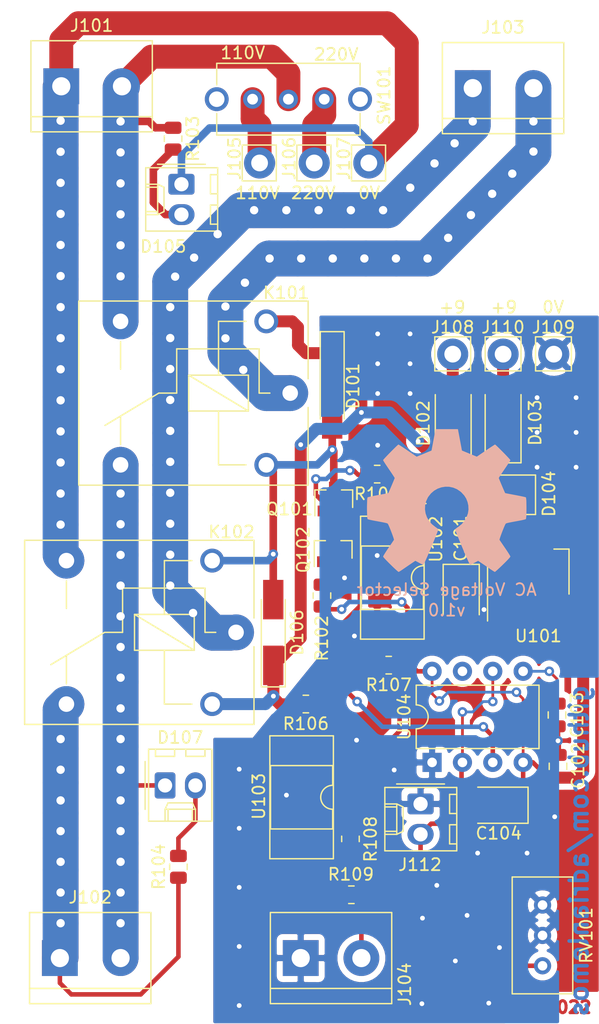
<source format=kicad_pcb>
(kicad_pcb (version 20171130) (host pcbnew "(5.1.10)-1")
  (layers (0 F.Cu signal) (31 B.Cu signal) (34 B.Paste user) (35 F.Paste user) (36 B.SilkS user) (37 F.SilkS user) (38 B.Mask user) (39 F.Mask user) (44 Edge.Cuts user))
  (net 0 "")
  (net 1 /Relay_set)
  (net 2 +9V)
  (net 3 /Line_Selected)
  (net 4 /Line_Inversor)
  (net 5 /Line)
  (net 6 /Neutral_Selected)
  (net 7 /Neutral_Inversor)
  (net 8 /Neutral|Line)
  (net 9 "Net-(Q101-Pad2)")
  (net 10 GND)
  (net 11 "Net-(R105-Pad1)")
  (net 12 "Net-(R108-Pad2)")
  (net 13 +5V)
  (net 14 "Net-(U104-Pad7)")
  (net 15 /ne555_timer_drive)
  (net 16 "Net-(C104-Pad2)")
  (net 17 "Net-(C103-Pad1)")
  (net 18 /ac_voltage_signal)
  (net 19 "Net-(D104-Pad1)")
  (net 20 /ac_voltage_relay)
  (net 21 "Net-(D105-Pad2)")
  (net 22 "Net-(D107-Pad2)")
  (net 23 "Net-(Q101-Pad1)")
  (net 24 "Net-(Q102-Pad1)")
  (net 25 "Net-(R106-Pad1)")
  (net 26 /110V)
  (net 27 /220V)
  (net 28 /+9VA1)
  (net 29 /+9VA2)
  (module Symbol:OSHW-Symbol_13.4x12mm_SilkScreen (layer B.Cu) (at 117.338 86.312 180)
    (fp_text reference LOGO101 hide)
    (fp_text value Logo_Open_Hardware_Small hide)
  )
  (module Connector_Molex:Molex_KK-254_AE-6410-02A_1x02_P2.54mm_Vertical (layer F.Cu) (at 95.113 59.8325 270)
    (fp_text reference D105 (at 5.207 1.524 180) (layer F.SilkS))
    (fp_text value LED)
    (pad 2 thru_hole oval (at 2.54 0 270) (size 1.74 2.19) (drill 1.19) (layers *.Cu *.Mask) (net 21 "Net-(D105-Pad2)"))
    (pad 1 thru_hole roundrect (at 0 0 270) (size 1.74 2.19) (drill 1.19) (layers *.Cu *.Mask) (roundrect_rratio 0.143678) (net 8 /Neutral|Line))
  )
  (module Connector_Molex:Molex_KK-254_AE-6410-02A_1x02_P2.54mm_Vertical (layer F.Cu) (at 93.7414 110.1118)
    (fp_text reference D107 (at 1.27 -4.01) (layer F.SilkS))
    (fp_text value LED)
    (pad 2 thru_hole oval (at 2.54 0) (size 1.74 2.19) (drill 1.19) (layers *.Cu *.Mask) (net 22 "Net-(D107-Pad2)"))
    (pad 1 thru_hole roundrect (at 0 0) (size 1.74 2.19) (drill 1.19) (layers *.Cu *.Mask) (roundrect_rratio 0.143678) (net 4 /Line_Inversor))
  )
  (module adrian-local-library:HH_Switch (layer F.Cu) (at 104.0665 52.7205)
    (fp_text reference SW101 (at 8.001 -0.3175 90) (layer F.SilkS))
    (fp_text value SW_SPDT)
    (pad "" thru_hole circle (at -6 0) (size 2 2) (drill 1.3) (layers *.Cu *.Mask))
    (pad "" thru_hole circle (at 6 0) (size 2 2) (drill 1.3) (layers *.Cu *.Mask))
    (pad 3 thru_hole circle (at 3 0) (size 1.6 1.6) (drill 0.9) (layers *.Cu *.Mask) (net 27 /220V))
    (pad 2 thru_hole circle (at 0 0) (size 1.6 1.6) (drill 0.9) (layers *.Cu *.Mask) (net 5 /Line))
    (pad 1 thru_hole circle (at -3 0) (size 1.6 1.6) (drill 0.9) (layers *.Cu *.Mask) (net 26 /110V))
  )
  (module Connector_Molex:Molex_KK-254_AE-6410-02A_1x02_P2.54mm_Vertical (layer F.Cu) (at 115.1282 111.6612 270)
    (fp_text reference J112 (at 5.08 0.0508 180) (layer F.SilkS))
    (fp_text value Conn_01x02)
    (pad 2 thru_hole oval (at 2.54 0 270) (size 1.74 2.19) (drill 1.19) (layers *.Cu *.Mask) (net 16 "Net-(C104-Pad2)"))
    (pad 1 thru_hole roundrect (at 0 0 270) (size 1.74 2.19) (drill 1.19) (layers *.Cu *.Mask) (roundrect_rratio 0.143678) (net 10 GND))
  )
  (module Connector_Pin:Pin_D1.4mm_L8.5mm_W2.8mm_FlatFork (layer F.Cu) (at 122.037 74.0438 180)
    (fp_text reference J110 (at 0 2.25) (layer F.SilkS))
    (fp_text value Conn_01x01)
    (pad 1 thru_hole circle (at 0 0 180) (size 2.6 2.6) (drill 1.4) (layers *.Cu *.Mask) (net 29 /+9VA2))
  )
  (module Connector_Pin:Pin_D1.4mm_L8.5mm_W2.8mm_FlatFork (layer F.Cu) (at 126.2534 74.0438 180)
    (fp_text reference J109 (at 0 2.25) (layer F.SilkS))
    (fp_text value Conn_01x01)
    (pad 1 thru_hole circle (at -0.0254 0 180) (size 2.6 2.6) (drill 1.4) (layers *.Cu *.Mask) (net 10 GND))
  )
  (module Connector_Pin:Pin_D1.4mm_L8.5mm_W2.8mm_FlatFork (layer F.Cu) (at 117.8206 74.0438 180)
    (fp_text reference J108 (at 0 2.25) (layer F.SilkS))
    (fp_text value Conn_01x01)
    (pad 1 thru_hole circle (at 0 0 180) (size 2.6 2.6) (drill 1.4) (layers *.Cu *.Mask) (net 28 /+9VA1))
  )
  (module Connector_Pin:Pin_D1.4mm_L8.5mm_W2.8mm_FlatFork (layer F.Cu) (at 110.7975 58.0545 270)
    (fp_text reference J107 (at -0.38354 2.0955 90) (layer F.SilkS))
    (fp_text value Conn_01x01)
    (pad 1 thru_hole circle (at 0 0 270) (size 2.6 2.6) (drill 1.4) (layers *.Cu *.Mask) (net 8 /Neutral|Line))
  )
  (module Connector_Pin:Pin_D1.4mm_L8.5mm_W2.8mm_FlatFork (layer F.Cu) (at 106.2255 58.0545 270)
    (fp_text reference J106 (at -0.38354 2.0955 90) (layer F.SilkS))
    (fp_text value Conn_01x01)
    (pad 1 thru_hole circle (at 0 0 270) (size 2.6 2.6) (drill 1.4) (layers *.Cu *.Mask) (net 27 /220V))
  )
  (module Connector_Pin:Pin_D1.4mm_L8.5mm_W2.8mm_FlatFork (layer F.Cu) (at 101.6535 58.0545 270)
    (fp_text reference J105 (at -0.38354 2.0955 90) (layer F.SilkS))
    (fp_text value Conn_01x01)
    (pad 1 thru_hole circle (at 0 0 270) (size 2.6 2.6) (drill 1.4) (layers *.Cu *.Mask) (net 26 /110V))
  )
  (module Resistor_SMD:R_0805_2012Metric (layer F.Cu) (at 109.337 119.2558 180)
    (fp_text reference R109 (at 0.04064 1.70688) (layer F.SilkS))
    (fp_text value 1K)
    (pad 2 smd roundrect (at 0.9125 0 180) (size 1.025 1.4) (layers F.Cu F.Paste F.Mask) (roundrect_rratio 0.243902) (net 12 "Net-(R108-Pad2)"))
    (pad 1 smd roundrect (at -0.9125 0 180) (size 1.025 1.4) (layers F.Cu F.Paste F.Mask) (roundrect_rratio 0.243902) (net 18 /ac_voltage_signal))
  )
  (module Resistor_SMD:R_0805_2012Metric (layer F.Cu) (at 109.2608 114.5822 270)
    (fp_text reference R108 (at 0.02032 -1.68148 90) (layer F.SilkS))
    (fp_text value 10K)
    (pad 2 smd roundrect (at 0.9125 0 270) (size 1.025 1.4) (layers F.Cu F.Paste F.Mask) (roundrect_rratio 0.243902) (net 12 "Net-(R108-Pad2)"))
    (pad 1 smd roundrect (at -0.9125 0 270) (size 1.025 1.4) (layers F.Cu F.Paste F.Mask) (roundrect_rratio 0.243902) (net 13 +5V))
  )
  (module Resistor_SMD:R_0805_2012Metric (layer F.Cu) (at 112.4612 100.0534 180)
    (fp_text reference R107 (at 0 -1.65) (layer F.SilkS))
    (fp_text value 390R)
    (pad 2 smd roundrect (at 0.9125 0 180) (size 1.025 1.4) (layers F.Cu F.Paste F.Mask) (roundrect_rratio 0.243902) (net 20 /ac_voltage_relay))
    (pad 1 smd roundrect (at -0.9125 0 180) (size 1.025 1.4) (layers F.Cu F.Paste F.Mask) (roundrect_rratio 0.243902) (net 13 +5V))
  )
  (module Resistor_SMD:R_0805_2012Metric (layer F.Cu) (at 105.527 103.3046 180)
    (fp_text reference R106 (at 0 -1.65) (layer F.SilkS))
    (fp_text value 390R)
    (pad 2 smd roundrect (at 0.9125 0 180) (size 1.025 1.4) (layers F.Cu F.Paste F.Mask) (roundrect_rratio 0.243902) (net 2 +9V))
    (pad 1 smd roundrect (at -0.9125 0 180) (size 1.025 1.4) (layers F.Cu F.Paste F.Mask) (roundrect_rratio 0.243902) (net 25 "Net-(R106-Pad1)"))
  )
  (module Resistor_SMD:R_0805_2012Metric (layer F.Cu) (at 115.3568 85.804)
    (fp_text reference R105 (at 0 -1.65) (layer F.SilkS))
    (fp_text value 390R)
    (pad 2 smd roundrect (at 0.9125 0) (size 1.025 1.4) (layers F.Cu F.Paste F.Mask) (roundrect_rratio 0.243902) (net 2 +9V))
    (pad 1 smd roundrect (at -0.9125 0) (size 1.025 1.4) (layers F.Cu F.Paste F.Mask) (roundrect_rratio 0.243902) (net 11 "Net-(R105-Pad1)"))
  )
  (module Resistor_SMD:R_0805_2012Metric (layer F.Cu) (at 94.859 116.919 90)
    (fp_text reference R104 (at 0 -1.65 90) (layer F.SilkS))
    (fp_text value R_Small)
    (pad 2 smd roundrect (at 0.9125 0 90) (size 1.025 1.4) (layers F.Cu F.Paste F.Mask) (roundrect_rratio 0.243902) (net 22 "Net-(D107-Pad2)"))
    (pad 1 smd roundrect (at -0.9125 0 90) (size 1.025 1.4) (layers F.Cu F.Paste F.Mask) (roundrect_rratio 0.243902) (net 7 /Neutral_Inversor))
  )
  (module Resistor_SMD:R_0805_2012Metric (layer F.Cu) (at 94.4145 56.0225 270)
    (fp_text reference R103 (at 0 -1.65 90) (layer F.SilkS))
    (fp_text value R_Small)
    (pad 2 smd roundrect (at 0.9125 0 270) (size 1.025 1.4) (layers F.Cu F.Paste F.Mask) (roundrect_rratio 0.243902) (net 21 "Net-(D105-Pad2)"))
    (pad 1 smd roundrect (at -0.9125 0 270) (size 1.025 1.4) (layers F.Cu F.Paste F.Mask) (roundrect_rratio 0.243902) (net 5 /Line))
  )
  (module Diode_SMD:D_MiniMELF_Handsoldering (layer F.Cu) (at 102.79888 97.32116 90)
    (fp_text reference D106 (at 0 1.99136 90) (layer F.SilkS))
    (fp_text value 1N4148)
    (pad 2 smd rect (at 2.75 0 90) (size 3.3 1.7) (layers F.Cu F.Paste F.Mask) (net 1 /Relay_set))
    (pad 1 smd rect (at -2.75 0 90) (size 3.3 1.7) (layers F.Cu F.Paste F.Mask) (net 2 +9V))
  )
  (module Diode_SMD:D_MiniMELF_Handsoldering (layer F.Cu) (at 107.73156 76.7116 270)
    (fp_text reference D101 (at 0 -1.75 90) (layer F.SilkS))
    (fp_text value 1N4148)
    (pad 2 smd rect (at 2.75 0 270) (size 3.3 1.7) (layers F.Cu F.Paste F.Mask) (net 1 /Relay_set))
    (pad 1 smd rect (at -2.75 0 270) (size 3.3 1.7) (layers F.Cu F.Paste F.Mask) (net 2 +9V))
  )
  (module Package_DIP:DIP-4_W7.62mm_SMDSocket_SmallPads (layer F.Cu) (at 105.1714 111.1024 270)
    (fp_text reference U103 (at -0.0762 3.5814 90) (layer F.SilkS))
    (fp_text value PC817)
    (pad 4 smd rect (at 3.81 -1.27 270) (size 1.6 1.6) (layers F.Cu F.Paste F.Mask) (net 12 "Net-(R108-Pad2)"))
    (pad 2 smd rect (at -3.81 1.27 270) (size 1.6 1.6) (layers F.Cu F.Paste F.Mask) (net 10 GND))
    (pad 3 smd rect (at 3.81 1.27 270) (size 1.6 1.6) (layers F.Cu F.Paste F.Mask) (net 10 GND))
    (pad 1 smd rect (at -3.81 -1.27 270) (size 1.6 1.6) (layers F.Cu F.Paste F.Mask) (net 25 "Net-(R106-Pad1)"))
  )
  (module Package_DIP:DIP-4_W7.62mm_SMDSocket_SmallPads (layer F.Cu) (at 112.766 92.7382 270)
    (fp_text reference U102 (at -3.2258 -3.6576 90) (layer F.SilkS))
    (fp_text value PC817)
    (pad 4 smd rect (at 3.81 -1.27 270) (size 1.6 1.6) (layers F.Cu F.Paste F.Mask) (net 20 /ac_voltage_relay))
    (pad 2 smd rect (at -3.81 1.27 270) (size 1.6 1.6) (layers F.Cu F.Paste F.Mask) (net 10 GND))
    (pad 3 smd rect (at 3.81 1.27 270) (size 1.6 1.6) (layers F.Cu F.Paste F.Mask) (net 10 GND))
    (pad 1 smd rect (at -3.81 -1.27 270) (size 1.6 1.6) (layers F.Cu F.Paste F.Mask) (net 11 "Net-(R105-Pad1)"))
  )
  (module Package_TO_SOT_SMD:SOT-23 (layer F.Cu) (at 107.813 90.4014 90)
    (fp_text reference Q102 (at 0 -2.5 90) (layer F.SilkS))
    (fp_text value BC817)
    (pad 3 smd rect (at 1 0 90) (size 0.9 0.8) (layers F.Cu F.Paste F.Mask) (net 9 "Net-(Q101-Pad2)"))
    (pad 2 smd rect (at -1 0.95 90) (size 0.9 0.8) (layers F.Cu F.Paste F.Mask) (net 10 GND))
    (pad 1 smd rect (at -1 -0.95 90) (size 0.9 0.8) (layers F.Cu F.Paste F.Mask) (net 24 "Net-(Q102-Pad1)"))
  )
  (module Package_TO_SOT_SMD:SOT-23 (layer F.Cu) (at 107.8638 86.1596 90)
    (fp_text reference Q101 (at -0.8382 -3.7084) (layer F.SilkS))
    (fp_text value BC817)
    (pad 3 smd rect (at 1 0 90) (size 0.9 0.8) (layers F.Cu F.Paste F.Mask) (net 1 /Relay_set))
    (pad 2 smd rect (at -1 0.95 90) (size 0.9 0.8) (layers F.Cu F.Paste F.Mask) (net 9 "Net-(Q101-Pad2)"))
    (pad 1 smd rect (at -1 -0.95 90) (size 0.9 0.8) (layers F.Cu F.Paste F.Mask) (net 23 "Net-(Q101-Pad1)"))
  )
  (module Package_TO_SOT_SMD:SOT-223 (layer F.Cu) (at 124.1452 92.2556 90)
    (fp_text reference U101 (at -5.3594 0.8382 180) (layer F.SilkS))
    (fp_text value LM1117-5.0)
    (pad 1 smd rect (at -3.15 -2.3 90) (size 2 1.5) (layers F.Cu F.Paste F.Mask) (net 10 GND))
    (pad 3 smd rect (at -3.15 2.3 90) (size 2 1.5) (layers F.Cu F.Paste F.Mask) (net 19 "Net-(D104-Pad1)"))
    (pad 2 smd rect (at -3.15 0 90) (size 2 1.5) (layers F.Cu F.Paste F.Mask) (net 13 +5V))
    (pad 4 smd rect (at 3.15 0 90) (size 2 3.8) (layers F.Cu F.Paste F.Mask))
  )
  (module Potentiometer_THT:Potentiometer_Bourns_3296W_Vertical (layer F.Cu) (at 125.33884 125.19512 270)
    (fp_text reference RV101 (at -2.54 -3.66 90) (layer F.SilkS))
    (fp_text value 50M)
    (pad 3 thru_hole circle (at -5.08 0 270) (size 1.44 1.44) (drill 0.8) (layers *.Cu *.Mask) (net 10 GND))
    (pad 2 thru_hole circle (at -2.54 0 270) (size 1.44 1.44) (drill 0.8) (layers *.Cu *.Mask) (net 10 GND))
    (pad 1 thru_hole circle (at 0 0 270) (size 1.44 1.44) (drill 0.8) (layers *.Cu *.Mask) (net 16 "Net-(C104-Pad2)"))
  )
  (module Capacitor_Tantalum_SMD:CP_EIA-3528-21_Kemet-B (layer F.Cu) (at 121.66696 111.76804 180)
    (fp_text reference C104 (at 0 -2.35) (layer F.SilkS))
    (fp_text value "100uF x 6v3")
    (pad 2 smd roundrect (at 1.5375 0 180) (size 1.325 2.35) (layers F.Cu F.Paste F.Mask) (roundrect_rratio 0.188679) (net 16 "Net-(C104-Pad2)"))
    (pad 1 smd roundrect (at -1.5375 0 180) (size 1.325 2.35) (layers F.Cu F.Paste F.Mask) (roundrect_rratio 0.188679) (net 13 +5V))
  )
  (module Capacitor_Tantalum_SMD:CP_EIA-3528-21_Kemet-B (layer F.Cu) (at 118.5318 94.0844 270)
    (fp_text reference C101 (at -4.6228 0.0508 90) (layer F.SilkS))
    (fp_text value "100uF x 6.3V")
    (pad 2 smd roundrect (at 1.5375 0 270) (size 1.325 2.35) (layers F.Cu F.Paste F.Mask) (roundrect_rratio 0.188679) (net 10 GND))
    (pad 1 smd roundrect (at -1.5375 0 270) (size 1.325 2.35) (layers F.Cu F.Paste F.Mask) (roundrect_rratio 0.188679) (net 13 +5V))
  )
  (module Resistor_SMD:R_0805_2012Metric (layer F.Cu) (at 106.8732 94.2368 90)
    (fp_text reference R102 (at -3.5687 -0.0127 90) (layer F.SilkS))
    (fp_text value 2K2)
    (pad 2 smd roundrect (at 0.9125 0 90) (size 1.025 1.4) (layers F.Cu F.Paste F.Mask) (roundrect_rratio 0.243902) (net 24 "Net-(Q102-Pad1)"))
    (pad 1 smd roundrect (at -0.9125 0 90) (size 1.025 1.4) (layers F.Cu F.Paste F.Mask) (roundrect_rratio 0.243902) (net 20 /ac_voltage_relay))
  )
  (module Resistor_SMD:R_0805_2012Metric (layer F.Cu) (at 111.496 84.0768 180)
    (fp_text reference R101 (at 0 -1.65) (layer F.SilkS))
    (fp_text value 2K2)
    (pad 2 smd roundrect (at 0.9125 0 180) (size 1.025 1.4) (layers F.Cu F.Paste F.Mask) (roundrect_rratio 0.243902) (net 23 "Net-(Q101-Pad1)"))
    (pad 1 smd roundrect (at -0.9125 0 180) (size 1.025 1.4) (layers F.Cu F.Paste F.Mask) (roundrect_rratio 0.243902) (net 15 /ne555_timer_drive))
  )
  (module Diode_SMD:D_SMA (layer F.Cu) (at 121.3512 85.804 180)
    (fp_text reference D104 (at -4.52628 0.08128 90) (layer F.SilkS))
    (fp_text value D_Schottky)
    (pad 2 smd rect (at 2 0 180) (size 2.5 1.8) (layers F.Cu F.Paste F.Mask) (net 2 +9V))
    (pad 1 smd rect (at -2 0 180) (size 2.5 1.8) (layers F.Cu F.Paste F.Mask) (net 19 "Net-(D104-Pad1)"))
  )
  (module Capacitor_SMD:C_0805_2012Metric (layer F.Cu) (at 126.54884 104.21916 270)
    (fp_text reference C103 (at 0 -1.68 90) (layer F.SilkS))
    (fp_text value 100nF)
    (pad 2 smd roundrect (at 0.95 0 270) (size 1 1.45) (layers F.Cu F.Paste F.Mask) (net 10 GND))
    (pad 1 smd roundrect (at -0.95 0 270) (size 1 1.45) (layers F.Cu F.Paste F.Mask) (net 17 "Net-(C103-Pad1)"))
  )
  (module Capacitor_SMD:C_0805_2012Metric (layer F.Cu) (at 126.6344 108.5116 90)
    (fp_text reference C102 (at 0.04064 1.6764 90) (layer F.SilkS))
    (fp_text value 100nF)
    (pad 2 smd roundrect (at 0.95 0 90) (size 1 1.45) (layers F.Cu F.Paste F.Mask) (net 10 GND))
    (pad 1 smd roundrect (at -0.95 0 90) (size 1 1.45) (layers F.Cu F.Paste F.Mask) (net 13 +5V))
  )
  (module TerminalBlock:TerminalBlock_bornier-2_P5.08mm (layer F.Cu) (at 105.0952 124.54996)
    (fp_text reference J104 (at 8.7122 2.18948 90) (layer F.SilkS))
    (fp_text value Screw_Terminal_01x02)
    (pad 2 thru_hole circle (at 5.08 0) (size 3 3) (drill 1.52) (layers *.Cu *.Mask) (net 18 /ac_voltage_signal))
    (pad 1 thru_hole rect (at 0 0) (size 3 3) (drill 1.52) (layers *.Cu *.Mask) (net 10 GND))
  )
  (module TerminalBlock:TerminalBlock_bornier-2_P5.08mm (layer F.Cu) (at 119.497 51.7934)
    (fp_text reference J103 (at 2.54 -5.08) (layer F.SilkS))
    (fp_text value Screw_Terminal_01x02)
    (pad 2 thru_hole circle (at 5.08 0) (size 3 3) (drill 1.52) (layers *.Cu *.Mask) (net 3 /Line_Selected))
    (pad 1 thru_hole rect (at 0 0) (size 3 3) (drill 1.52) (layers *.Cu *.Mask) (net 6 /Neutral_Selected))
  )
  (module TerminalBlock:TerminalBlock_bornier-2_P5.08mm (layer F.Cu) (at 84.9376 124.54996)
    (fp_text reference J102 (at 2.54 -5.08) (layer F.SilkS))
    (fp_text value Screw_Terminal_01x02)
    (pad 2 thru_hole circle (at 5.08 0) (size 3 3) (drill 1.52) (layers *.Cu *.Mask) (net 4 /Line_Inversor))
    (pad 1 thru_hole rect (at 0 0) (size 3 3) (drill 1.52) (layers *.Cu *.Mask) (net 7 /Neutral_Inversor))
  )
  (module TerminalBlock:TerminalBlock_bornier-2_P5.08mm (layer F.Cu) (at 85.0546 51.641)
    (fp_text reference J101 (at 2.54 -5.08) (layer F.SilkS))
    (fp_text value Screw_Terminal_01x02)
    (pad 2 thru_hole circle (at 5.08 0) (size 3 3) (drill 1.52) (layers *.Cu *.Mask) (net 5 /Line))
    (pad 1 thru_hole rect (at 0 0) (size 3 3) (drill 1.52) (layers *.Cu *.Mask) (net 8 /Neutral|Line))
  )
  (module Package_DIP:DIP-8_W7.62mm (layer F.Cu) (at 116.0942 108.18664 90)
    (fp_text reference U104 (at 3.81 -2.33 90) (layer F.SilkS))
    (fp_text value NE555P)
    (pad 8 thru_hole oval (at 7.62 0 90) (size 1.6 1.6) (drill 0.8) (layers *.Cu *.Mask) (net 13 +5V))
    (pad 4 thru_hole oval (at 0 7.62 90) (size 1.6 1.6) (drill 0.8) (layers *.Cu *.Mask) (net 13 +5V))
    (pad 7 thru_hole oval (at 7.62 2.54 90) (size 1.6 1.6) (drill 0.8) (layers *.Cu *.Mask) (net 14 "Net-(U104-Pad7)"))
    (pad 3 thru_hole oval (at 0 5.08 90) (size 1.6 1.6) (drill 0.8) (layers *.Cu *.Mask) (net 15 /ne555_timer_drive))
    (pad 6 thru_hole oval (at 7.62 5.08 90) (size 1.6 1.6) (drill 0.8) (layers *.Cu *.Mask) (net 16 "Net-(C104-Pad2)"))
    (pad 2 thru_hole oval (at 0 2.54 90) (size 1.6 1.6) (drill 0.8) (layers *.Cu *.Mask) (net 16 "Net-(C104-Pad2)"))
    (pad 5 thru_hole oval (at 7.62 7.62 90) (size 1.6 1.6) (drill 0.8) (layers *.Cu *.Mask) (net 17 "Net-(C103-Pad1)"))
    (pad 1 thru_hole rect (at 0 0 90) (size 1.6 1.6) (drill 0.8) (layers *.Cu *.Mask) (net 10 GND))
  )
  (module Relay_THT:Relay_SPDT_Finder_36.11 (layer F.Cu) (at 99.685 97.3102 180)
    (fp_text reference K102 (at 0.381 8.3947) (layer F.SilkS))
    (fp_text value FINDER-36.11)
    (pad 11 thru_hole circle (at 0 0 180) (size 3 3) (drill 1.3) (layers *.Cu *.Mask) (net 6 /Neutral_Selected))
    (pad A2 thru_hole circle (at 2 -6 180) (size 2 2) (drill 1.3) (layers *.Cu *.Mask) (net 2 +9V))
    (pad 12 thru_hole circle (at 14.2 -6 180) (size 3 3) (drill 1.3) (layers *.Cu *.Mask) (net 7 /Neutral_Inversor))
    (pad 14 thru_hole circle (at 14.2 6 180) (size 3 3) (drill 1.3) (layers *.Cu *.Mask) (net 8 /Neutral|Line))
    (pad A1 thru_hole circle (at 2 6 180) (size 2 2) (drill 1.3) (layers *.Cu *.Mask) (net 1 /Relay_set))
  )
  (module Relay_THT:Relay_SPDT_Finder_36.11 (layer F.Cu) (at 104.2162 77.30088 180)
    (fp_text reference K101 (at 0.3402 8.38788) (layer F.SilkS))
    (fp_text value FINDER-36.11)
    (pad 11 thru_hole circle (at 0 0 180) (size 3 3) (drill 1.3) (layers *.Cu *.Mask) (net 3 /Line_Selected))
    (pad A2 thru_hole circle (at 2 -6 180) (size 2 2) (drill 1.3) (layers *.Cu *.Mask) (net 1 /Relay_set))
    (pad 12 thru_hole circle (at 14.2 -6 180) (size 3 3) (drill 1.3) (layers *.Cu *.Mask) (net 4 /Line_Inversor))
    (pad 14 thru_hole circle (at 14.2 6 180) (size 3 3) (drill 1.3) (layers *.Cu *.Mask) (net 5 /Line))
    (pad A1 thru_hole circle (at 2 6 180) (size 2 2) (drill 1.3) (layers *.Cu *.Mask) (net 2 +9V))
  )
  (module Diode_SMD:D_MELF (layer F.Cu) (at 122.037 79.83072 90)
    (fp_text reference D103 (at 0.05588 2.68224 90) (layer F.SilkS))
    (fp_text value SM4007)
    (pad 2 smd rect (at 2.4 0 90) (size 1.5 2.7) (layers F.Cu F.Paste F.Mask) (net 29 /+9VA2))
    (pad 1 smd rect (at -2.4 0 90) (size 1.5 2.7) (layers F.Cu F.Paste F.Mask) (net 2 +9V))
  )
  (module Diode_SMD:D_MELF (layer F.Cu) (at 117.86108 79.83072 90)
    (fp_text reference D102 (at 0 -2.5 90) (layer F.SilkS))
    (fp_text value SM4007)
    (pad 2 smd rect (at 2.4 0 90) (size 1.5 2.7) (layers F.Cu F.Paste F.Mask) (net 28 /+9VA1))
    (pad 1 smd rect (at -2.4 0 90) (size 1.5 2.7) (layers F.Cu F.Paste F.Mask) (net 2 +9V))
  )
  (gr_text ABL2022 (at 126.1645 128.6665) (layer F.Cu) (effects (font (size 1 1) (thickness 0.25))))
  (gr_text github.com/adrianlemos (at 128.387 115.5855 90) (layer B.Cu) (effects (font (size 1.5 1.5) (thickness 0.3)) (justify mirror)))
  (gr_text v1.0 (at 117.319361 95.456) (layer B.SilkS) (effects (font (size 1 1)) (justify mirror)))
  (gr_text "AC Voltage Selector" (at 117.319361 93.7415) (layer B.SilkS) (effects (font (size 1 1)) (justify mirror)))
  (gr_text 220V (at 108.067 48.974) (layer F.SilkS) (effects (font (size 1 1))))
  (gr_text 110V (at 100.2565 48.847) (layer F.SilkS) (effects (font (size 1 1))))
  (gr_text 0V (at 110.82544 60.55894) (layer F.SilkS) (effects (font (size 1 1))))
  (gr_text 220V (at 106.15692 60.55894) (layer F.SilkS) (effects (font (size 1 1))))
  (gr_text 110V (at 101.4884 60.55894) (layer F.SilkS) (effects (font (size 1 1))))
  (gr_text 0V (at 126.228 70.1195) (layer F.SilkS) (effects (font (size 1 1))))
  (gr_text +9 (at 122.100488 70.1195) (layer F.SilkS) (effects (font (size 1 1))))
  (gr_text +9 (at 117.7825 70.1195) (layer F.SilkS) (effects (font (size 1 1))))
  (segment (start 102.79888 94.57116) (end 102.79888 90.76732) (width 0.635) (layer F.Cu) (net 1))
  (segment (start 102.36236 91.3102) (end 102.79888 90.87368) (width 0.635) (layer B.Cu) (net 1))
  (segment (start 97.685 91.3102) (end 102.36236 91.3102) (width 0.635) (layer B.Cu) (net 1))
  (via (at 102.79888 90.76732) (size 0.8) (drill 0.4) (layers F.Cu B.Cu) (net 1))
  (segment (start 102.2162 83.30088) (end 106.48072 83.30088) (width 0.635) (layer B.Cu) (net 1))
  (segment (start 106.48072 83.30088) (end 107.7368 82.0448) (width 0.635) (layer B.Cu) (net 1))
  (segment (start 107.7368 82.0448) (end 107.7368 82.0448) (width 0.2286) (layer B.Cu) (net 1))
  (via (at 107.7368 82.0448) (size 0.8) (drill 0.4) (layers F.Cu B.Cu) (net 1))
  (segment (start 107.7368 79.46684) (end 107.73156 79.4616) (width 0.2286) (layer F.Cu) (net 1))
  (segment (start 107.7368 82.0448) (end 107.7368 79.46684) (width 0.635) (layer F.Cu) (net 1))
  (segment (start 102.79888 83.88356) (end 102.2162 83.30088) (width 0.635) (layer F.Cu) (net 1))
  (segment (start 102.79888 90.76732) (end 102.79888 83.88356) (width 0.635) (layer F.Cu) (net 1))
  (segment (start 107.8638 82.1718) (end 107.7368 82.0448) (width 0.635) (layer F.Cu) (net 1))
  (segment (start 107.8638 85.1596) (end 107.8638 82.1718) (width 0.635) (layer F.Cu) (net 1))
  (segment (start 97.685 103.3102) (end 102.1432 103.3102) (width 1) (layer B.Cu) (net 2))
  (segment (start 102.1432 103.3102) (end 102.8092 102.6442) (width 1) (layer B.Cu) (net 2))
  (segment (start 102.8092 102.6442) (end 102.8092 102.6442) (width 1) (layer B.Cu) (net 2))
  (via (at 102.8092 102.6442) (size 0.8) (drill 0.4) (layers F.Cu B.Cu) (net 2))
  (segment (start 102.8092 100.08148) (end 102.79888 100.07116) (width 1) (layer F.Cu) (net 2))
  (segment (start 102.8092 102.6442) (end 102.8092 100.08148) (width 1) (layer F.Cu) (net 2))
  (segment (start 105.0952 81.613) (end 105.0952 81.613) (width 1) (layer F.Cu) (net 2))
  (via (at 105.0952 81.613) (size 0.8) (drill 0.4) (layers F.Cu B.Cu) (net 2))
  (segment (start 105.0952 81.613) (end 106.416 80.2922) (width 1) (layer B.Cu) (net 2))
  (segment (start 106.416 80.2922) (end 108.8036 80.2922) (width 1) (layer B.Cu) (net 2))
  (segment (start 108.8036 80.2922) (end 110.1752 78.9206) (width 1) (layer B.Cu) (net 2))
  (segment (start 110.1752 78.9206) (end 110.1752 78.9206) (width 1) (layer B.Cu) (net 2))
  (via (at 110.1752 78.9206) (size 0.8) (drill 0.4) (layers F.Cu B.Cu) (net 2))
  (segment (start 110.1752 78.9206) (end 110.1752 74.755) (width 1) (layer F.Cu) (net 2))
  (segment (start 109.3818 73.9616) (end 107.73156 73.9616) (width 1) (layer F.Cu) (net 2))
  (segment (start 110.1752 74.755) (end 109.3818 73.9616) (width 1) (layer F.Cu) (net 2))
  (segment (start 104.38428 71.30088) (end 102.2162 71.30088) (width 1) (layer F.Cu) (net 2))
  (segment (start 104.8666 71.7832) (end 104.38428 71.30088) (width 1) (layer F.Cu) (net 2))
  (segment (start 104.8666 73.2818) (end 104.8666 71.7832) (width 1) (layer F.Cu) (net 2))
  (segment (start 105.5464 73.9616) (end 104.8666 73.2818) (width 1) (layer F.Cu) (net 2))
  (segment (start 107.73156 73.9616) (end 105.5464 73.9616) (width 1) (layer F.Cu) (net 2))
  (segment (start 105.0952 97.77484) (end 105.0952 81.613) (width 1) (layer F.Cu) (net 2))
  (segment (start 102.79888 100.07116) (end 105.0952 97.77484) (width 1) (layer F.Cu) (net 2))
  (segment (start 122.037 82.23072) (end 117.86108 82.23072) (width 1) (layer F.Cu) (net 2))
  (segment (start 116.2693 85.804) (end 119.3512 85.804) (width 1) (layer F.Cu) (net 2))
  (segment (start 121.8846 82.38312) (end 122.037 82.23072) (width 1) (layer F.Cu) (net 2))
  (segment (start 121.8846 83.5942) (end 121.8846 82.38312) (width 1) (layer F.Cu) (net 2))
  (segment (start 119.6748 85.804) (end 121.8846 83.5942) (width 1) (layer F.Cu) (net 2))
  (segment (start 119.3512 85.804) (end 119.6748 85.804) (width 1) (layer F.Cu) (net 2))
  (segment (start 117.86108 82.23072) (end 115.82212 82.23072) (width 1) (layer F.Cu) (net 2))
  (segment (start 115.82212 82.23072) (end 114.925 81.3336) (width 1) (layer F.Cu) (net 2))
  (segment (start 114.925 81.3336) (end 114.925 81.3336) (width 1) (layer F.Cu) (net 2))
  (via (at 114.925 81.3336) (size 0.8) (drill 0.4) (layers F.Cu B.Cu) (net 2))
  (segment (start 112.512 78.9206) (end 110.1752 78.9206) (width 1) (layer B.Cu) (net 2))
  (segment (start 114.925 81.3336) (end 112.512 78.9206) (width 1) (layer B.Cu) (net 2))
  (segment (start 104.5891 103.33) (end 104.6145 103.3046) (width 1) (layer F.Cu) (net 2))
  (segment (start 103.368 103.33) (end 104.5891 103.33) (width 1) (layer F.Cu) (net 2))
  (segment (start 102.8092 102.7712) (end 103.368 103.33) (width 1) (layer F.Cu) (net 2))
  (segment (start 102.8092 102.6442) (end 102.8092 102.7712) (width 1) (layer F.Cu) (net 2))
  (segment (start 98.796 69.7004) (end 100.42795 68.06845) (width 2.999999) (layer B.Cu) (net 3))
  (segment (start 115.7124 66.0428) (end 115.7124 66.0428) (width 2.999999) (layer B.Cu) (net 3))
  (segment (start 124.577 57.1782) (end 124.577 57.102) (width 2.999999) (layer B.Cu) (net 3))
  (segment (start 102.23088 77.30088) (end 100.28825 75.35825) (width 2.999999) (layer B.Cu) (net 3))
  (segment (start 104.2162 77.30088) (end 102.23088 77.30088) (width 2.999999) (layer B.Cu) (net 3))
  (segment (start 102.4536 66.0428) (end 102.4917 66.0428) (width 2.999999) (layer B.Cu) (net 3))
  (segment (start 98.796 73.866) (end 98.796 72.723) (width 2.999999) (layer B.Cu) (net 3))
  (segment (start 115.7124 66.0428) (end 124.577 57.1782) (width 2.999999) (layer F.Cu) (net 3))
  (segment (start 102.4536 66.0428) (end 115.7124 66.0428) (width 2.999999) (layer F.Cu) (net 3))
  (segment (start 98.796 69.7004) (end 102.4536 66.0428) (width 2.999999) (layer F.Cu) (net 3))
  (segment (start 98.796 73.866) (end 98.796 69.7004) (width 2.999999) (layer F.Cu) (net 3))
  (segment (start 124.577 57.1782) (end 124.577 51.7934) (width 2.999999) (layer F.Cu) (net 3))
  (segment (start 102.23088 77.30088) (end 98.796 73.866) (width 2.999999) (layer F.Cu) (net 3))
  (segment (start 104.2162 77.30088) (end 102.23088 77.30088) (width 2.999999) (layer F.Cu) (net 3))
  (segment (start 102.4917 66.0428) (end 104.8412 66.0428) (width 2.999999) (layer B.Cu) (net 3))
  (via (at 102.4917 66.0428) (size 1.5) (drill 0.7) (layers F.Cu B.Cu) (net 3))
  (segment (start 104.8412 66.0428) (end 107.3812 66.0428) (width 2.999999) (layer B.Cu) (net 3))
  (via (at 105.13584 66.0428) (size 1.5) (drill 0.7) (layers F.Cu B.Cu) (net 3))
  (segment (start 107.3812 66.0428) (end 110.5562 66.0428) (width 2.999999) (layer B.Cu) (net 3))
  (via (at 107.77998 66.0428) (size 1.5) (drill 0.7) (layers F.Cu B.Cu) (net 3))
  (segment (start 110.5562 66.0428) (end 113.0962 66.0428) (width 2.999999) (layer B.Cu) (net 3))
  (via (at 110.42412 66.0428) (size 1.5) (drill 0.7) (layers F.Cu B.Cu) (net 3))
  (segment (start 113.0962 66.0428) (end 115.7124 66.0428) (width 2.999999) (layer B.Cu) (net 3))
  (via (at 113.06826 66.0428) (size 1.5) (drill 0.7) (layers F.Cu B.Cu) (net 3))
  (segment (start 115.7124 66.0428) (end 117.4396 64.3156) (width 2.999999) (layer B.Cu) (net 3))
  (via (at 115.7124 66.0428) (size 1.5) (drill 0.7) (layers F.Cu B.Cu) (net 3))
  (segment (start 100.42795 68.06845) (end 102.4536 66.0428) (width 2.999999) (layer B.Cu) (net 3))
  (via (at 100.42795 68.06845) (size 1.5) (drill 0.7) (layers F.Cu B.Cu) (net 3))
  (segment (start 98.796 70.056) (end 98.796 69.7004) (width 2.999999) (layer B.Cu) (net 3))
  (via (at 98.796 70.056) (size 1.5) (drill 0.7) (layers F.Cu B.Cu) (net 3))
  (segment (start 98.796 72.723) (end 98.796 70.056) (width 2.999999) (layer B.Cu) (net 3))
  (via (at 98.796 72.723) (size 1.5) (drill 0.7) (layers F.Cu B.Cu) (net 3))
  (segment (start 100.28825 75.35825) (end 98.796 73.866) (width 2.999999) (layer B.Cu) (net 3))
  (via (at 100.28825 75.35825) (size 1.5) (drill 0.7) (layers F.Cu B.Cu) (net 3))
  (segment (start 124.577 55.2605) (end 124.577 51.7934) (width 2.999999) (layer B.Cu) (net 3))
  (via (at 124.577 54.5788) (size 1.5) (drill 0.7) (layers F.Cu B.Cu) (net 3))
  (segment (start 124.577 57.102) (end 124.577 55.2605) (width 2.999999) (layer B.Cu) (net 3))
  (via (at 124.577 57.102) (size 1.5) (drill 0.7) (layers F.Cu B.Cu) (net 3))
  (segment (start 122.80535 58.94985) (end 124.577 57.1782) (width 2.999999) (layer B.Cu) (net 3))
  (via (at 122.80535 58.94985) (size 1.5) (drill 0.7) (layers F.Cu B.Cu) (net 3))
  (segment (start 121.1226 60.6326) (end 122.80535 58.94985) (width 2.999999) (layer B.Cu) (net 3))
  (via (at 121.1226 60.6326) (size 1.5) (drill 0.7) (layers F.Cu B.Cu) (net 3))
  (segment (start 119.3446 62.4106) (end 121.1226 60.6326) (width 2.999999) (layer B.Cu) (net 3))
  (via (at 119.3446 62.4106) (size 1.5) (drill 0.7) (layers F.Cu B.Cu) (net 3))
  (segment (start 117.4396 64.3156) (end 119.3446 62.4106) (width 2.999999) (layer B.Cu) (net 3))
  (via (at 117.4396 64.3156) (size 1.5) (drill 0.7) (layers F.Cu B.Cu) (net 3))
  (segment (start 90.0176 110.0256) (end 90.0176 106.8379) (width 2.999999) (layer B.Cu) (net 4))
  (segment (start 90.0176 124.54996) (end 90.0176 121.6334) (width 2.999999) (layer B.Cu) (net 4))
  (segment (start 90.0162 124.54856) (end 90.0176 124.54996) (width 2.999999) (layer F.Cu) (net 4))
  (segment (start 90.0176 83.30228) (end 90.0162 83.30088) (width 2.999999) (layer F.Cu) (net 4))
  (segment (start 90.1038 110.1118) (end 90.0176 110.0256) (width 0.2286) (layer F.Cu) (net 4))
  (segment (start 93.7414 110.1118) (end 90.1038 110.1118) (width 0.381) (layer F.Cu) (net 4))
  (segment (start 90.0176 110.0256) (end 90.0176 83.30228) (width 2.999999) (layer F.Cu) (net 4))
  (segment (start 90.0176 124.54996) (end 90.0176 110.0256) (width 2.999999) (layer F.Cu) (net 4))
  (segment (start 90.0176 121.6334) (end 90.0176 119.9189) (width 2.999999) (layer B.Cu) (net 4))
  (via (at 90.0176 121.6334) (size 1.5) (drill 0.7) (layers F.Cu B.Cu) (net 4))
  (segment (start 90.0176 119.9189) (end 90.0176 117.3154) (width 2.999999) (layer B.Cu) (net 4))
  (via (at 90.0176 119.066812) (size 1.5) (drill 0.7) (layers F.Cu B.Cu) (net 4))
  (segment (start 90.0176 117.3154) (end 90.0176 114.9659) (width 2.999999) (layer B.Cu) (net 4))
  (via (at 90.0176 116.500228) (size 1.5) (drill 0.7) (layers F.Cu B.Cu) (net 4))
  (segment (start 90.0176 114.9659) (end 90.0176 112.4894) (width 2.999999) (layer B.Cu) (net 4))
  (via (at 90.0176 113.933644) (size 1.5) (drill 0.7) (layers F.Cu B.Cu) (net 4))
  (segment (start 90.0176 112.4894) (end 90.0176 110.1399) (width 2.999999) (layer B.Cu) (net 4))
  (via (at 90.0176 111.36706) (size 1.5) (drill 0.7) (layers F.Cu B.Cu) (net 4))
  (segment (start 90.0176 110.1399) (end 90.0176 110.0256) (width 2.999999) (layer B.Cu) (net 4))
  (via (at 90.0176 108.800476) (size 1.5) (drill 0.7) (layers F.Cu B.Cu) (net 4))
  (segment (start 90.0176 106.8379) (end 90.0176 104.4884) (width 2.999999) (layer B.Cu) (net 4))
  (via (at 90.0176 106.233892) (size 1.5) (drill 0.7) (layers F.Cu B.Cu) (net 4))
  (segment (start 90.0176 104.4884) (end 90.0176 101.4404) (width 2.999999) (layer B.Cu) (net 4))
  (via (at 90.0176 103.667308) (size 1.5) (drill 0.7) (layers F.Cu B.Cu) (net 4))
  (segment (start 90.0176 101.4404) (end 90.0176 98.8369) (width 2.999999) (layer B.Cu) (net 4))
  (via (at 90.0176 101.100724) (size 1.5) (drill 0.7) (layers F.Cu B.Cu) (net 4))
  (segment (start 90.0176 98.8369) (end 90.0176 96.2969) (width 2.999999) (layer B.Cu) (net 4))
  (via (at 90.0176 98.53414) (size 1.5) (drill 0.7) (layers F.Cu B.Cu) (net 4))
  (segment (start 90.0176 96.2969) (end 90.0176 93.5664) (width 2.999999) (layer B.Cu) (net 4))
  (via (at 90.0176 95.967556) (size 1.5) (drill 0.7) (layers F.Cu B.Cu) (net 4))
  (segment (start 90.0176 93.5664) (end 90.0176 90.8359) (width 2.999999) (layer B.Cu) (net 4))
  (via (at 90.0176 93.400972) (size 1.5) (drill 0.7) (layers F.Cu B.Cu) (net 4))
  (segment (start 90.0176 90.8359) (end 90.0176 88.2324) (width 2.999999) (layer B.Cu) (net 4))
  (via (at 90.0176 90.834388) (size 1.5) (drill 0.7) (layers F.Cu B.Cu) (net 4))
  (segment (start 90.0176 88.2324) (end 90.0176 86.3274) (width 2.999999) (layer B.Cu) (net 4))
  (via (at 90.0176 88.267804) (size 1.5) (drill 0.7) (layers F.Cu B.Cu) (net 4))
  (segment (start 90.0176 86.3274) (end 90.0176 83.30228) (width 2.999999) (layer B.Cu) (net 4))
  (via (at 90.0176 85.70122) (size 1.5) (drill 0.7) (layers F.Cu B.Cu) (net 4))
  (segment (start 90.0162 71.30088) (end 90.0162 67.5328) (width 2.999999) (layer B.Cu) (net 5))
  (segment (start 90.0162 51.80576) (end 90.0176 51.80436) (width 2.999999) (layer F.Cu) (net 5))
  (segment (start 90.0162 51.7594) (end 90.1346 51.641) (width 2.999999) (layer F.Cu) (net 5))
  (segment (start 90.0162 71.30088) (end 90.0162 51.7594) (width 2.999999) (layer F.Cu) (net 5))
  (segment (start 90.0162 54.5788) (end 90.0162 51.7594) (width 2.999999) (layer B.Cu) (net 5))
  (via (at 90.0162 54.5788) (size 1.5) (drill 0.7) (layers F.Cu B.Cu) (net 5))
  (segment (start 90.0162 67.5328) (end 90.0162 65.3738) (width 2.999999) (layer B.Cu) (net 5))
  (via (at 90.0162 67.5328) (size 1.5) (drill 0.7) (layers F.Cu B.Cu) (net 5))
  (segment (start 90.0162 65.3738) (end 90.0162 62.7068) (width 2.999999) (layer B.Cu) (net 5))
  (via (at 90.0162 64.942) (size 1.5) (drill 0.7) (layers F.Cu B.Cu) (net 5))
  (segment (start 90.0162 62.7068) (end 90.0162 59.7223) (width 2.999999) (layer B.Cu) (net 5))
  (via (at 90.0162 62.3512) (size 1.5) (drill 0.7) (layers F.Cu B.Cu) (net 5))
  (segment (start 90.0162 59.7223) (end 90.0162 57.3093) (width 2.999999) (layer B.Cu) (net 5))
  (via (at 90.0162 59.7604) (size 1.5) (drill 0.7) (layers F.Cu B.Cu) (net 5))
  (segment (start 90.0162 57.3093) (end 90.0162 54.5788) (width 2.999999) (layer B.Cu) (net 5))
  (via (at 90.0162 57.1696) (size 1.5) (drill 0.7) (layers F.Cu B.Cu) (net 5))
  (segment (start 90.1346 51.641) (end 92.6111 49.1645) (width 2) (layer F.Cu) (net 5))
  (segment (start 92.6111 49.1645) (end 102.6695 49.1645) (width 2) (layer F.Cu) (net 5))
  (segment (start 104.0665 50.5615) (end 104.0665 52.7205) (width 2) (layer F.Cu) (net 5))
  (segment (start 102.6695 49.1645) (end 104.0665 50.5615) (width 2) (layer F.Cu) (net 5))
  (segment (start 92.3993 54.5788) (end 90.0162 54.5788) (width 0.635) (layer F.Cu) (net 5))
  (segment (start 92.9305 55.11) (end 92.3993 54.5788) (width 0.635) (layer F.Cu) (net 5))
  (segment (start 94.4145 55.11) (end 92.9305 55.11) (width 0.635) (layer F.Cu) (net 5))
  (segment (start 112.385 62.0042) (end 114.2646 60.1246) (width 2.999999) (layer B.Cu) (net 6))
  (segment (start 97.73508 97.34148) (end 96.08455 95.69095) (width 2.999999) (layer B.Cu) (net 6))
  (segment (start 94.1732 67.9732) (end 94.58595 67.56045) (width 2.999999) (layer B.Cu) (net 6))
  (segment (start 119.497 54.8922) (end 119.497 51.7934) (width 2.999999) (layer B.Cu) (net 6))
  (segment (start 100.1422 62.0042) (end 101.1963 62.0042) (width 2.999999) (layer B.Cu) (net 6))
  (segment (start 94.1732 93.7796) (end 94.1732 91.3158) (width 2.999999) (layer B.Cu) (net 6))
  (segment (start 99.19716 97.34148) (end 97.73508 97.34148) (width 2.999999) (layer B.Cu) (net 6))
  (segment (start 119.497 54.8922) (end 119.497 51.7934) (width 2.999999) (layer F.Cu) (net 6))
  (segment (start 100.1422 62.0042) (end 112.385 62.0042) (width 2.999999) (layer F.Cu) (net 6))
  (segment (start 94.1732 93.7796) (end 94.1732 67.9732) (width 2.999999) (layer F.Cu) (net 6))
  (segment (start 94.1732 67.9732) (end 100.1422 62.0042) (width 2.999999) (layer F.Cu) (net 6))
  (segment (start 97.73508 97.34148) (end 94.1732 93.7796) (width 2.999999) (layer F.Cu) (net 6))
  (segment (start 112.385 62.0042) (end 119.497 54.8922) (width 2.999999) (layer F.Cu) (net 6))
  (segment (start 99.19716 97.34148) (end 97.73508 97.34148) (width 2.999999) (layer F.Cu) (net 6))
  (segment (start 101.1963 62.0042) (end 103.4188 62.0042) (width 2.999999) (layer B.Cu) (net 6))
  (via (at 101.1963 62.0042) (size 1.5) (drill 0.7) (layers F.Cu B.Cu) (net 6))
  (segment (start 103.4188 62.0042) (end 105.9588 62.0042) (width 2.999999) (layer B.Cu) (net 6))
  (via (at 103.89505 62.0042) (size 1.5) (drill 0.7) (layers F.Cu B.Cu) (net 6))
  (segment (start 105.9588 62.0042) (end 108.6893 62.0042) (width 2.999999) (layer B.Cu) (net 6))
  (via (at 106.5938 62.0042) (size 1.5) (drill 0.7) (layers F.Cu B.Cu) (net 6))
  (segment (start 108.6893 62.0042) (end 111.9913 62.0042) (width 2.999999) (layer B.Cu) (net 6))
  (via (at 109.29255 62.0042) (size 1.5) (drill 0.7) (layers F.Cu B.Cu) (net 6))
  (segment (start 111.9913 62.0042) (end 112.385 62.0042) (width 2.999999) (layer B.Cu) (net 6))
  (via (at 111.9913 62.0042) (size 1.5) (drill 0.7) (layers F.Cu B.Cu) (net 6))
  (segment (start 94.1732 93.7796) (end 94.1732 93.7796) (width 2.999999) (layer B.Cu) (net 6))
  (via (at 94.1732 93.400972) (size 1.5) (drill 0.7) (layers F.Cu B.Cu) (net 6))
  (segment (start 96.08455 95.69095) (end 94.1732 93.7796) (width 2.999999) (layer B.Cu) (net 6))
  (via (at 96.08455 95.69095) (size 1.5) (drill 0.7) (layers F.Cu B.Cu) (net 6))
  (segment (start 94.1732 91.3158) (end 94.1732 89.0298) (width 2.999999) (layer B.Cu) (net 6))
  (via (at 94.1732 90.813034) (size 1.5) (drill 0.7) (layers F.Cu B.Cu) (net 6))
  (segment (start 94.1732 89.0298) (end 94.1732 85.7913) (width 2.999999) (layer B.Cu) (net 6))
  (via (at 94.1732 88.225096) (size 1.5) (drill 0.7) (layers F.Cu B.Cu) (net 6))
  (segment (start 94.1732 85.7913) (end 94.1732 83.3148) (width 2.999999) (layer B.Cu) (net 6))
  (via (at 94.1732 85.637158) (size 1.5) (drill 0.7) (layers F.Cu B.Cu) (net 6))
  (segment (start 94.1732 83.3148) (end 94.1732 80.6478) (width 2.999999) (layer B.Cu) (net 6))
  (via (at 94.1732 83.04922) (size 1.5) (drill 0.7) (layers F.Cu B.Cu) (net 6))
  (segment (start 94.1732 80.6478) (end 94.1732 78.0443) (width 2.999999) (layer B.Cu) (net 6))
  (via (at 94.1732 80.461282) (size 1.5) (drill 0.7) (layers F.Cu B.Cu) (net 6))
  (segment (start 94.1732 78.0443) (end 94.1732 75.4408) (width 2.999999) (layer B.Cu) (net 6))
  (via (at 94.1732 77.873344) (size 1.5) (drill 0.7) (layers F.Cu B.Cu) (net 6))
  (segment (start 94.1732 75.4408) (end 94.1732 72.3293) (width 2.999999) (layer B.Cu) (net 6))
  (via (at 94.1732 75.285406) (size 1.5) (drill 0.7) (layers F.Cu B.Cu) (net 6))
  (segment (start 94.1732 72.3293) (end 94.1732 70.0433) (width 2.999999) (layer B.Cu) (net 6))
  (via (at 94.1732 72.697468) (size 1.5) (drill 0.7) (layers F.Cu B.Cu) (net 6))
  (segment (start 94.1732 70.0433) (end 94.1732 67.9732) (width 2.999999) (layer B.Cu) (net 6))
  (via (at 94.1732 70.10953) (size 1.5) (drill 0.7) (layers F.Cu B.Cu) (net 6))
  (segment (start 94.1732 67.9732) (end 94.1732 67.9732) (width 2.999999) (layer B.Cu) (net 6))
  (segment (start 94.58595 67.56045) (end 96.17345 65.97295) (width 2.999999) (layer B.Cu) (net 6))
  (via (at 94.58595 67.56045) (size 1.5) (drill 0.7) (layers F.Cu B.Cu) (net 6))
  (segment (start 96.17345 65.97295) (end 98.14195 64.00445) (width 2.999999) (layer B.Cu) (net 6))
  (via (at 96.17345 65.97295) (size 1.5) (drill 0.7) (layers F.Cu B.Cu) (net 6))
  (segment (start 98.14195 64.00445) (end 100.1422 62.0042) (width 2.999999) (layer B.Cu) (net 6))
  (via (at 98.14195 64.00445) (size 1.5) (drill 0.7) (layers F.Cu B.Cu) (net 6))
  (segment (start 119.497 54.8922) (end 119.497 54.8922) (width 2.999999) (layer B.Cu) (net 6))
  (via (at 119.497 54.5788) (size 1.5) (drill 0.7) (layers F.Cu B.Cu) (net 6))
  (segment (start 117.97935 56.40985) (end 119.497 54.8922) (width 2.999999) (layer B.Cu) (net 6))
  (via (at 117.97935 56.40985) (size 1.5) (drill 0.7) (layers F.Cu B.Cu) (net 6))
  (segment (start 116.2966 58.0926) (end 117.97935 56.40985) (width 2.999999) (layer B.Cu) (net 6))
  (via (at 116.2966 58.0926) (size 1.5) (drill 0.7) (layers F.Cu B.Cu) (net 6))
  (segment (start 114.74085 59.64835) (end 116.2966 58.0926) (width 2.999999) (layer B.Cu) (net 6))
  (segment (start 114.2646 60.1246) (end 114.74085 59.64835) (width 2.999999) (layer B.Cu) (net 6))
  (via (at 114.2646 60.1246) (size 1.5) (drill 0.7) (layers F.Cu B.Cu) (net 6))
  (segment (start 85.485 103.3102) (end 84.99716 103.79804) (width 2.999999) (layer B.Cu) (net 7))
  (segment (start 84.99716 103.79804) (end 84.99716 107.03234) (width 2.999999) (layer B.Cu) (net 7))
  (segment (start 84.99716 124.4904) (end 84.9376 124.54996) (width 2.999999) (layer F.Cu) (net 7))
  (segment (start 84.99716 103.79804) (end 84.99716 124.4904) (width 2.999999) (layer F.Cu) (net 7))
  (segment (start 85.485 103.3102) (end 84.99716 103.79804) (width 2.999999) (layer F.Cu) (net 7))
  (segment (start 84.9376 124.54996) (end 84.9376 126.6318) (width 0.381) (layer F.Cu) (net 7))
  (segment (start 84.9376 126.6318) (end 85.8928 127.587) (width 0.381) (layer F.Cu) (net 7))
  (segment (start 85.8928 127.587) (end 91.7094 127.587) (width 0.381) (layer F.Cu) (net 7))
  (segment (start 94.859 124.4374) (end 94.859 117.8315) (width 0.381) (layer F.Cu) (net 7))
  (segment (start 91.7094 127.587) (end 94.859 124.4374) (width 0.381) (layer F.Cu) (net 7))
  (segment (start 84.99716 121.63734) (end 84.99716 124.4904) (width 2.999999) (layer B.Cu) (net 7))
  (via (at 84.99716 121.6334) (size 1.5) (drill 0.7) (layers F.Cu B.Cu) (net 7))
  (segment (start 84.99716 119.66884) (end 84.99716 121.63734) (width 2.999999) (layer B.Cu) (net 7))
  (via (at 84.99716 119.066812) (size 1.5) (drill 0.7) (layers F.Cu B.Cu) (net 7))
  (segment (start 84.99716 117.19234) (end 84.99716 119.66884) (width 2.999999) (layer B.Cu) (net 7))
  (via (at 84.99716 116.500228) (size 1.5) (drill 0.7) (layers F.Cu B.Cu) (net 7))
  (segment (start 84.99716 114.52534) (end 84.99716 117.19234) (width 2.999999) (layer B.Cu) (net 7))
  (via (at 84.99716 113.933644) (size 1.5) (drill 0.7) (layers F.Cu B.Cu) (net 7))
  (segment (start 84.99716 112.42984) (end 84.99716 114.52534) (width 2.999999) (layer B.Cu) (net 7))
  (via (at 84.99716 111.36706) (size 1.5) (drill 0.7) (layers F.Cu B.Cu) (net 7))
  (segment (start 84.99716 109.88984) (end 84.99716 112.42984) (width 2.999999) (layer B.Cu) (net 7))
  (via (at 84.99716 108.800476) (size 1.5) (drill 0.7) (layers F.Cu B.Cu) (net 7))
  (segment (start 84.99716 107.03234) (end 84.99716 109.88984) (width 2.999999) (layer B.Cu) (net 7))
  (via (at 84.99716 106.233892) (size 1.5) (drill 0.7) (layers F.Cu B.Cu) (net 7))
  (segment (start 84.99716 90.82236) (end 84.99716 88.29984) (width 2.999999) (layer B.Cu) (net 8))
  (segment (start 85.485 91.3102) (end 84.99716 90.82236) (width 2.999999) (layer B.Cu) (net 8))
  (segment (start 84.99716 51.69844) (end 85.0546 51.641) (width 2.999999) (layer F.Cu) (net 8))
  (segment (start 84.99716 90.82236) (end 84.99716 51.69844) (width 2.999999) (layer F.Cu) (net 8))
  (segment (start 85.485 91.3102) (end 84.99716 90.82236) (width 2.999999) (layer F.Cu) (net 8))
  (segment (start 84.99716 54.51784) (end 84.99716 51.69844) (width 2.999999) (layer B.Cu) (net 8))
  (via (at 84.99716 54.51784) (size 1.5) (drill 0.7) (layers F.Cu B.Cu) (net 8))
  (segment (start 84.99716 56.54984) (end 84.99716 54.51784) (width 2.999999) (layer B.Cu) (net 8))
  (via (at 84.99716 57.116455) (size 1.5) (drill 0.7) (layers F.Cu B.Cu) (net 8))
  (segment (start 84.99716 58.51834) (end 84.99716 56.54984) (width 2.999999) (layer B.Cu) (net 8))
  (via (at 84.99716 59.71507) (size 1.5) (drill 0.7) (layers F.Cu B.Cu) (net 8))
  (segment (start 84.99716 60.86784) (end 84.99716 58.51834) (width 2.999999) (layer B.Cu) (net 8))
  (via (at 84.99716 62.313685) (size 1.5) (drill 0.7) (layers F.Cu B.Cu) (net 8))
  (segment (start 84.99716 63.21734) (end 84.99716 60.86784) (width 2.999999) (layer B.Cu) (net 8))
  (via (at 84.99716 64.9123) (size 1.5) (drill 0.7) (layers F.Cu B.Cu) (net 8))
  (segment (start 84.99716 65.56684) (end 84.99716 63.21734) (width 2.999999) (layer B.Cu) (net 8))
  (via (at 84.99716 67.510915) (size 1.5) (drill 0.7) (layers F.Cu B.Cu) (net 8))
  (segment (start 84.99716 67.78934) (end 84.99716 65.56684) (width 2.999999) (layer B.Cu) (net 8))
  (via (at 84.99716 70.10953) (size 1.5) (drill 0.7) (layers F.Cu B.Cu) (net 8))
  (segment (start 84.99716 70.26584) (end 84.99716 67.78934) (width 2.999999) (layer B.Cu) (net 8))
  (via (at 84.99716 72.708145) (size 1.5) (drill 0.7) (layers F.Cu B.Cu) (net 8))
  (segment (start 84.99716 72.36134) (end 84.99716 70.26584) (width 2.999999) (layer B.Cu) (net 8))
  (via (at 84.99716 75.30676) (size 1.5) (drill 0.7) (layers F.Cu B.Cu) (net 8))
  (segment (start 84.99716 75.02834) (end 84.99716 72.36134) (width 2.999999) (layer B.Cu) (net 8))
  (via (at 84.99716 77.905375) (size 1.5) (drill 0.7) (layers F.Cu B.Cu) (net 8))
  (segment (start 84.99716 77.63184) (end 84.99716 75.02834) (width 2.999999) (layer B.Cu) (net 8))
  (via (at 84.99716 80.50399) (size 1.5) (drill 0.7) (layers F.Cu B.Cu) (net 8))
  (segment (start 84.99716 81.37834) (end 84.99716 77.63184) (width 2.999999) (layer B.Cu) (net 8))
  (via (at 84.99716 83.102605) (size 1.5) (drill 0.7) (layers F.Cu B.Cu) (net 8))
  (segment (start 84.99716 85.50584) (end 84.99716 81.37834) (width 2.999999) (layer B.Cu) (net 8))
  (via (at 84.99716 85.70122) (size 1.5) (drill 0.7) (layers F.Cu B.Cu) (net 8))
  (segment (start 84.99716 88.29984) (end 84.99716 85.50584) (width 2.999999) (layer B.Cu) (net 8))
  (via (at 84.99716 88.29984) (size 1.5) (drill 0.7) (layers F.Cu B.Cu) (net 8))
  (segment (start 110.7975 56.2765) (end 110.7975 58.0545) (width 0.635) (layer B.Cu) (net 8))
  (segment (start 109.6545 55.1335) (end 110.7975 56.2765) (width 0.635) (layer B.Cu) (net 8))
  (segment (start 97.4625 55.1335) (end 109.6545 55.1335) (width 0.635) (layer B.Cu) (net 8))
  (segment (start 95.113 57.483) (end 97.4625 55.1335) (width 0.635) (layer B.Cu) (net 8))
  (segment (start 95.113 59.8325) (end 95.113 57.483) (width 0.635) (layer B.Cu) (net 8))
  (segment (start 113.9725 54.8795) (end 110.7975 58.0545) (width 2) (layer F.Cu) (net 8))
  (segment (start 113.9725 48.0215) (end 113.9725 54.8795) (width 2) (layer F.Cu) (net 8))
  (segment (start 112.3215 46.3705) (end 113.9725 48.0215) (width 2) (layer F.Cu) (net 8))
  (segment (start 86.477 46.3705) (end 112.3215 46.3705) (width 2) (layer F.Cu) (net 8))
  (segment (start 85.0546 47.7929) (end 86.477 46.3705) (width 2) (layer F.Cu) (net 8))
  (segment (start 85.0546 51.641) (end 85.0546 47.7929) (width 2) (layer F.Cu) (net 8))
  (segment (start 108.8138 87.8004) (end 107.813 88.8012) (width 0.381) (layer F.Cu) (net 9))
  (segment (start 107.813 88.8012) (end 107.813 89.4014) (width 0.381) (layer F.Cu) (net 9))
  (segment (start 108.8138 87.1596) (end 108.8138 87.8004) (width 0.381) (layer F.Cu) (net 9))
  (segment (start 126.6344 105.25472) (end 126.54884 105.16916) (width 0.381) (layer F.Cu) (net 10))
  (segment (start 126.6344 107.5616) (end 126.6344 105.9716) (width 0.381) (layer F.Cu) (net 10))
  (segment (start 118.7481 95.4056) (end 118.5318 95.6219) (width 0.381) (layer F.Cu) (net 10))
  (segment (start 121.8452 95.4056) (end 120.4364 95.4056) (width 0.381) (layer F.Cu) (net 10))
  (segment (start 115.1282 110.4166) (end 115.1282 111.6612) (width 0.381) (layer F.Cu) (net 10))
  (segment (start 116.0942 109.4506) (end 115.1282 110.4166) (width 0.381) (layer F.Cu) (net 10))
  (segment (start 116.0942 108.18664) (end 116.0942 109.4506) (width 0.381) (layer F.Cu) (net 10))
  (segment (start 108.763 91.4014) (end 108.763 92.7534) (width 0.381) (layer F.Cu) (net 10))
  (segment (start 108.763 92.7534) (end 108.763 92.7534) (width 0.381) (layer F.Cu) (net 10))
  (via (at 108.763 92.7534) (size 0.8) (drill 0.4) (layers F.Cu B.Cu) (net 10))
  (segment (start 103.9014 107.2924) (end 103.9014 110.9246) (width 0.381) (layer F.Cu) (net 10))
  (segment (start 103.9014 110.9246) (end 103.9014 114.9124) (width 0.381) (layer F.Cu) (net 10))
  (via (at 103.9014 110.9246) (size 0.8) (drill 0.4) (layers F.Cu B.Cu) (net 10))
  (segment (start 111.496 96.5482) (end 110.6578 96.5482) (width 0.381) (layer F.Cu) (net 10))
  (segment (start 110.6578 96.5482) (end 109.591 97.615) (width 0.381) (layer F.Cu) (net 10))
  (segment (start 109.591 97.615) (end 109.464 97.742) (width 0.381) (layer F.Cu) (net 10))
  (via (at 109.591 97.615) (size 0.8) (drill 0.4) (layers F.Cu B.Cu) (net 10))
  (segment (start 120.4364 95.4056) (end 118.7481 95.4056) (width 0.381) (layer F.Cu) (net 10))
  (via (at 120.4364 95.4056) (size 0.8) (drill 0.4) (layers F.Cu B.Cu) (net 10))
  (segment (start 126.6344 105.9716) (end 126.6344 105.25472) (width 0.381) (layer F.Cu) (net 10))
  (via (at 126.6344 106.378) (size 0.8) (drill 0.4) (layers F.Cu B.Cu) (net 10))
  (segment (start 111.496 88.9282) (end 111.496 90.884) (width 0.381) (layer F.Cu) (net 10))
  (segment (start 111.496 90.884) (end 111.496 90.884) (width 0.381) (layer F.Cu) (net 10))
  (via (at 111.496 90.884) (size 0.8) (drill 0.4) (layers F.Cu B.Cu) (net 10))
  (via (at 111.53918 81.66126) (size 0.8) (drill 0.4) (layers F.Cu B.Cu) (net 10))
  (via (at 111.53918 72.34708) (size 0.8) (drill 0.4) (layers F.Cu B.Cu) (net 10))
  (via (at 114.2519 72.34708) (size 0.8) (drill 0.4) (layers F.Cu B.Cu) (net 10))
  (via (at 111.53918 74.84263) (size 0.8) (drill 0.4) (layers F.Cu B.Cu) (net 10))
  (via (at 111.53918 77.33818) (size 0.8) (drill 0.4) (layers F.Cu B.Cu) (net 10))
  (via (at 114.2519 77.33818) (size 0.8) (drill 0.4) (layers F.Cu B.Cu) (net 10))
  (via (at 114.2519 74.84263) (size 0.8) (drill 0.4) (layers F.Cu B.Cu) (net 10))
  (via (at 124.8818 77.68108) (size 0.8) (drill 0.4) (layers F.Cu B.Cu) (net 10))
  (via (at 128.14824 77.68108) (size 0.8) (drill 0.4) (layers F.Cu B.Cu) (net 10))
  (via (at 124.8818 80.59065) (size 0.8) (drill 0.4) (layers F.Cu B.Cu) (net 10))
  (via (at 124.8818 83.50022) (size 0.8) (drill 0.4) (layers F.Cu B.Cu) (net 10))
  (via (at 128.14824 83.50022) (size 0.8) (drill 0.4) (layers F.Cu B.Cu) (net 10))
  (via (at 128.14824 80.59065) (size 0.8) (drill 0.4) (layers F.Cu B.Cu) (net 10))
  (via (at 99.94662 108.7529) (size 0.8) (drill 0.4) (layers F.Cu B.Cu) (net 10))
  (via (at 99.94662 113.695105) (size 0.8) (drill 0.4) (layers F.Cu B.Cu) (net 10))
  (via (at 99.94662 118.63731) (size 0.8) (drill 0.4) (layers F.Cu B.Cu) (net 10))
  (via (at 99.94662 123.579515) (size 0.8) (drill 0.4) (layers F.Cu B.Cu) (net 10))
  (via (at 99.94662 128.52172) (size 0.8) (drill 0.4) (layers F.Cu B.Cu) (net 10))
  (via (at 109.77134 106.3272) (size 0.8) (drill 0.4) (layers F.Cu B.Cu) (net 10))
  (via (at 112.9184 108.82148) (size 0.8) (drill 0.4) (layers F.Cu B.Cu) (net 10))
  (via (at 115.23996 128.36678) (size 0.8) (drill 0.4) (layers F.Cu B.Cu) (net 10))
  (via (at 120.83812 128.31852) (size 0.8) (drill 0.4) (layers F.Cu B.Cu) (net 10))
  (via (at 118.03904 124.78919) (size 0.8) (drill 0.4) (layers F.Cu B.Cu) (net 10))
  (via (at 115.28822 121.2116) (size 0.8) (drill 0.4) (layers F.Cu B.Cu) (net 10))
  (via (at 121.7322 123.67286) (size 0.8) (drill 0.4) (layers F.Cu B.Cu) (net 10))
  (via (at 116.4871 118.4684) (size 0.8) (drill 0.4) (layers F.Cu B.Cu) (net 10))
  (via (at 119.90594 115.77092) (size 0.8) (drill 0.4) (layers F.Cu B.Cu) (net 10))
  (via (at 124.0436 115.77092) (size 0.8) (drill 0.4) (layers F.Cu B.Cu) (net 10))
  (via (at 126.355 112.73054) (size 0.8) (drill 0.4) (layers F.Cu B.Cu) (net 10))
  (via (at 119.02202 120.98046) (size 0.8) (drill 0.4) (layers F.Cu B.Cu) (net 10))
  (segment (start 114.4443 87.0213) (end 114.4443 85.804) (width 0.381) (layer F.Cu) (net 11))
  (segment (start 114.036 87.4296) (end 114.4443 87.0213) (width 0.381) (layer F.Cu) (net 11))
  (segment (start 114.036 88.9282) (end 114.036 87.4296) (width 0.381) (layer F.Cu) (net 11))
  (segment (start 108.4245 119.2558) (end 108.4245 117.8315) (width 0.381) (layer F.Cu) (net 12))
  (segment (start 109.2608 116.9952) (end 109.2608 115.4947) (width 0.381) (layer F.Cu) (net 12))
  (segment (start 108.4245 117.8315) (end 109.2608 116.9952) (width 0.381) (layer F.Cu) (net 12))
  (segment (start 109.2608 115.4947) (end 108.3699 115.4947) (width 0.381) (layer F.Cu) (net 12))
  (segment (start 107.7876 114.9124) (end 106.4414 114.9124) (width 0.381) (layer F.Cu) (net 12))
  (segment (start 108.3699 115.4947) (end 107.7876 114.9124) (width 0.381) (layer F.Cu) (net 12))
  (segment (start 116.0942 100.56664) (end 116.0942 102.4418) (width 0.2286) (layer F.Cu) (net 13))
  (segment (start 116.0942 102.4418) (end 116.703 103.0506) (width 0.2286) (layer F.Cu) (net 13))
  (segment (start 116.703 103.0506) (end 116.703 103.0506) (width 0.2286) (layer F.Cu) (net 13))
  (via (at 116.703 103.0506) (size 0.8) (drill 0.4) (layers F.Cu B.Cu) (net 13))
  (segment (start 123.20446 111.76804) (end 123.20446 110.31594) (width 0.381) (layer F.Cu) (net 13))
  (segment (start 123.7142 109.8062) (end 123.7142 108.18664) (width 0.381) (layer F.Cu) (net 13))
  (segment (start 123.20446 110.31594) (end 123.7142 109.8062) (width 0.381) (layer F.Cu) (net 13))
  (segment (start 126.6344 109.4616) (end 125.8064 109.4616) (width 0.381) (layer F.Cu) (net 13))
  (segment (start 124.53144 108.18664) (end 123.7142 108.18664) (width 0.381) (layer F.Cu) (net 13))
  (segment (start 125.8064 109.4616) (end 124.53144 108.18664) (width 0.381) (layer F.Cu) (net 13))
  (segment (start 117.4396 102.314) (end 123.1546 102.314) (width 0.2286) (layer B.Cu) (net 13))
  (segment (start 116.703 103.0506) (end 117.4396 102.314) (width 0.2286) (layer B.Cu) (net 13))
  (via (at 123.1546 102.314) (size 0.8) (drill 0.4) (layers F.Cu B.Cu) (net 13))
  (segment (start 123.7142 102.8736) (end 123.1546 102.314) (width 0.2286) (layer F.Cu) (net 13))
  (segment (start 123.7142 108.18664) (end 123.7142 102.8736) (width 0.2286) (layer F.Cu) (net 13))
  (segment (start 124.1452 95.4056) (end 124.1452 93.7542) (width 1.27) (layer F.Cu) (net 13))
  (segment (start 122.9379 92.5469) (end 118.5318 92.5469) (width 1.27) (layer F.Cu) (net 13))
  (segment (start 124.1452 93.7542) (end 122.9379 92.5469) (width 1.27) (layer F.Cu) (net 13))
  (segment (start 124.1452 97.4056) (end 124.1452 95.4056) (width 1) (layer F.Cu) (net 13))
  (segment (start 125.1166 98.377) (end 124.1452 97.4056) (width 1) (layer F.Cu) (net 13))
  (segment (start 126.8122 98.377) (end 125.1166 98.377) (width 1) (layer F.Cu) (net 13))
  (segment (start 128.7426 100.3074) (end 126.8122 98.377) (width 1) (layer F.Cu) (net 13))
  (segment (start 128.7426 108.8926) (end 128.7426 100.3074) (width 1) (layer F.Cu) (net 13))
  (segment (start 128.1736 109.4616) (end 128.7426 108.8926) (width 1) (layer F.Cu) (net 13))
  (segment (start 126.6344 109.4616) (end 128.1736 109.4616) (width 1) (layer F.Cu) (net 13))
  (segment (start 114.3408 100.0534) (end 113.3737 100.0534) (width 0.381) (layer F.Cu) (net 13))
  (segment (start 114.85404 100.56664) (end 114.3408 100.0534) (width 0.381) (layer F.Cu) (net 13))
  (segment (start 116.0942 100.56664) (end 114.85404 100.56664) (width 0.381) (layer F.Cu) (net 13))
  (segment (start 113.3737 100.0534) (end 113.3737 105.5671) (width 0.381) (layer F.Cu) (net 13))
  (segment (start 109.2608 109.68) (end 109.2608 113.6697) (width 0.381) (layer F.Cu) (net 13))
  (segment (start 113.3737 105.5671) (end 109.2608 109.68) (width 0.381) (layer F.Cu) (net 13))
  (segment (start 121.1742 105.9978) (end 120.386 105.2096) (width 0.381) (layer F.Cu) (net 15))
  (segment (start 121.1742 108.18664) (end 121.1742 105.9978) (width 0.381) (layer F.Cu) (net 15))
  (via (at 120.386 105.2096) (size 0.8) (drill 0.4) (layers F.Cu B.Cu) (net 15))
  (segment (start 120.386 105.2096) (end 111.9278 105.2096) (width 0.381) (layer B.Cu) (net 15))
  (segment (start 111.9278 105.2096) (end 109.8196 103.1014) (width 0.381) (layer B.Cu) (net 15))
  (segment (start 109.8196 103.1014) (end 109.8196 103.1014) (width 0.381) (layer B.Cu) (net 15))
  (via (at 109.8196 103.1014) (size 0.8) (drill 0.4) (layers F.Cu B.Cu) (net 15))
  (segment (start 112.4085 85.0693) (end 112.4085 84.0768) (width 0.381) (layer F.Cu) (net 15))
  (segment (start 110.0482 87.4296) (end 112.4085 85.0693) (width 0.381) (layer F.Cu) (net 15))
  (segment (start 108.448 96.726) (end 110.0482 95.1258) (width 0.381) (layer F.Cu) (net 15))
  (segment (start 110.0482 95.1258) (end 110.0482 87.4296) (width 0.381) (layer F.Cu) (net 15))
  (segment (start 108.448 101.7298) (end 108.448 96.726) (width 0.381) (layer F.Cu) (net 15))
  (segment (start 109.8196 103.1014) (end 108.448 101.7298) (width 0.381) (layer F.Cu) (net 15))
  (via (at 118.633398 103.965) (size 0.8) (drill 0.4) (layers F.Cu B.Cu) (net 16))
  (segment (start 118.6342 103.965802) (end 118.633398 103.965) (width 0.2286) (layer F.Cu) (net 16))
  (segment (start 118.6342 108.18664) (end 118.6342 103.965802) (width 0.2286) (layer F.Cu) (net 16))
  (segment (start 120.1574 111.79598) (end 120.12946 111.76804) (width 0.381) (layer F.Cu) (net 16))
  (segment (start 120.12946 111.76804) (end 118.5572 110.19578) (width 0.381) (layer F.Cu) (net 16))
  (segment (start 118.5572 108.26364) (end 118.6342 108.18664) (width 0.381) (layer F.Cu) (net 16))
  (segment (start 118.5572 110.19578) (end 118.5572 108.26364) (width 0.381) (layer F.Cu) (net 16))
  (segment (start 121.1742 100.56664) (end 121.1742 103.1006) (width 0.2286) (layer F.Cu) (net 16))
  (via (at 121.1742 103.1006) (size 0.8) (drill 0.4) (layers F.Cu B.Cu) (net 16))
  (segment (start 120.3614 103.1006) (end 121.1742 103.1006) (width 0.2286) (layer B.Cu) (net 16))
  (segment (start 119.497 103.965) (end 120.3614 103.1006) (width 0.2286) (layer B.Cu) (net 16))
  (segment (start 118.633398 103.965) (end 119.497 103.965) (width 0.2286) (layer B.Cu) (net 16))
  (segment (start 121.42312 125.19512) (end 125.33884 125.19512) (width 0.381) (layer F.Cu) (net 16))
  (segment (start 115.1282 118.9002) (end 121.42312 125.19512) (width 0.381) (layer F.Cu) (net 16))
  (segment (start 115.1282 114.2012) (end 115.1282 118.9002) (width 0.381) (layer F.Cu) (net 16))
  (segment (start 120.12946 112.29874) (end 120.12946 111.76804) (width 0.381) (layer F.Cu) (net 16))
  (segment (start 119.116 113.3122) (end 120.12946 112.29874) (width 0.381) (layer F.Cu) (net 16))
  (segment (start 116.0172 113.3122) (end 119.116 113.3122) (width 0.381) (layer F.Cu) (net 16))
  (segment (start 115.1282 114.2012) (end 116.0172 113.3122) (width 0.381) (layer F.Cu) (net 16))
  (segment (start 126.54884 103.26916) (end 126.54884 101.21244) (width 0.2286) (layer F.Cu) (net 17))
  (segment (start 126.54884 101.21244) (end 125.90304 100.56664) (width 0.2286) (layer F.Cu) (net 17))
  (segment (start 125.90304 100.56664) (end 125.90304 100.56664) (width 0.2286) (layer F.Cu) (net 17))
  (via (at 125.90304 100.56664) (size 0.8) (drill 0.4) (layers F.Cu B.Cu) (net 17))
  (segment (start 125.90304 100.56664) (end 123.7142 100.56664) (width 0.2286) (layer B.Cu) (net 17))
  (segment (start 110.1752 119.3301) (end 110.2495 119.2558) (width 0.381) (layer F.Cu) (net 18))
  (segment (start 110.1752 124.54996) (end 110.1752 119.3301) (width 0.381) (layer F.Cu) (net 18))
  (segment (start 123.3512 85.804) (end 126.4312 85.804) (width 1) (layer F.Cu) (net 19))
  (segment (start 126.4312 85.804) (end 128.1076 87.4804) (width 1) (layer F.Cu) (net 19))
  (segment (start 128.1076 93.7432) (end 126.4452 95.4056) (width 1) (layer F.Cu) (net 19))
  (segment (start 128.1076 87.4804) (end 128.1076 93.7432) (width 1) (layer F.Cu) (net 19))
  (segment (start 114.036 97.8944) (end 114.036 96.5482) (width 0.381) (layer F.Cu) (net 20))
  (segment (start 113.3756 98.5548) (end 114.036 97.8944) (width 0.381) (layer F.Cu) (net 20))
  (segment (start 112.1056 98.5548) (end 113.3756 98.5548) (width 0.381) (layer F.Cu) (net 20))
  (segment (start 111.5487 99.1117) (end 112.1056 98.5548) (width 0.381) (layer F.Cu) (net 20))
  (segment (start 111.5487 100.0534) (end 111.5487 99.1117) (width 0.381) (layer F.Cu) (net 20))
  (segment (start 114.036 96.5482) (end 114.036 95.2528) (width 0.381) (layer F.Cu) (net 20))
  (segment (start 114.036 95.2528) (end 113.5534 94.7702) (width 0.381) (layer F.Cu) (net 20))
  (segment (start 113.5534 94.7702) (end 113.5534 94.7702) (width 0.381) (layer F.Cu) (net 20))
  (via (at 113.5534 94.7702) (size 0.8) (drill 0.4) (layers F.Cu B.Cu) (net 20))
  (segment (start 113.5534 94.7702) (end 109.1338 94.7702) (width 0.381) (layer B.Cu) (net 20))
  (segment (start 109.1338 94.7702) (end 108.5242 95.3798) (width 0.381) (layer B.Cu) (net 20))
  (segment (start 108.5242 95.3798) (end 108.5242 95.3798) (width 0.381) (layer B.Cu) (net 20))
  (via (at 108.5242 95.3798) (size 0.8) (drill 0.4) (layers F.Cu B.Cu) (net 20))
  (segment (start 107.1037 95.3798) (end 106.8732 95.1493) (width 0.381) (layer F.Cu) (net 20))
  (segment (start 108.5242 95.3798) (end 107.1037 95.3798) (width 0.381) (layer F.Cu) (net 20))
  (segment (start 93.7795 62.3725) (end 95.113 62.3725) (width 0.635) (layer F.Cu) (net 21))
  (segment (start 92.7635 61.3565) (end 93.7795 62.3725) (width 0.635) (layer F.Cu) (net 21))
  (segment (start 92.7635 58.586) (end 92.7635 61.3565) (width 0.635) (layer F.Cu) (net 21))
  (segment (start 94.4145 56.935) (end 92.7635 58.586) (width 0.635) (layer F.Cu) (net 21))
  (segment (start 94.859 116.0065) (end 94.859 114.5314) (width 0.381) (layer F.Cu) (net 22))
  (segment (start 96.2814 113.109) (end 96.2814 110.1118) (width 0.381) (layer F.Cu) (net 22))
  (segment (start 94.859 114.5314) (end 96.2814 113.109) (width 0.381) (layer F.Cu) (net 22))
  (segment (start 106.9138 87.1596) (end 106.9138 86.3526) (width 0.381) (layer F.Cu) (net 23))
  (segment (start 106.9138 86.3526) (end 106.3652 85.804) (width 0.381) (layer F.Cu) (net 23))
  (segment (start 106.3652 85.804) (end 106.3652 84.4832) (width 0.381) (layer F.Cu) (net 23))
  (segment (start 106.3652 84.4832) (end 106.3652 84.4832) (width 0.381) (layer F.Cu) (net 23))
  (via (at 106.3652 84.4832) (size 0.8) (drill 0.4) (layers F.Cu B.Cu) (net 23))
  (segment (start 106.3652 84.4832) (end 107.2542 84.4832) (width 0.381) (layer B.Cu) (net 23))
  (segment (start 107.2542 84.4832) (end 107.9654 83.772) (width 0.381) (layer B.Cu) (net 23))
  (segment (start 107.9654 83.772) (end 109.21 83.772) (width 0.381) (layer B.Cu) (net 23))
  (segment (start 109.21 83.772) (end 109.21 83.772) (width 0.381) (layer B.Cu) (net 23))
  (via (at 109.21 83.772) (size 0.8) (drill 0.4) (layers F.Cu B.Cu) (net 23))
  (segment (start 110.5327 84.1276) (end 110.5835 84.0768) (width 0.381) (layer F.Cu) (net 23))
  (segment (start 109.8958 84.1276) (end 110.5327 84.1276) (width 0.381) (layer F.Cu) (net 23))
  (segment (start 109.5402 83.772) (end 109.8958 84.1276) (width 0.381) (layer F.Cu) (net 23))
  (segment (start 109.21 83.772) (end 109.5402 83.772) (width 0.381) (layer F.Cu) (net 23))
  (segment (start 106.8732 91.4116) (end 106.863 91.4014) (width 0.381) (layer F.Cu) (net 24))
  (segment (start 106.8732 93.3243) (end 106.8732 91.4116) (width 0.381) (layer F.Cu) (net 24))
  (segment (start 106.4395 107.2905) (end 106.4414 107.2924) (width 0.381) (layer F.Cu) (net 25))
  (segment (start 106.4395 103.3046) (end 106.4395 107.2905) (width 0.381) (layer F.Cu) (net 25))
  (segment (start 101.0665 52.7205) (end 101.0665 54.356) (width 2) (layer F.Cu) (net 26))
  (segment (start 101.6535 54.943) (end 101.6535 58.0545) (width 2) (layer F.Cu) (net 26))
  (segment (start 101.0665 54.356) (end 101.6535 54.943) (width 2) (layer F.Cu) (net 26))
  (segment (start 107.0665 52.7205) (end 107.0665 54.0385) (width 2) (layer F.Cu) (net 27))
  (segment (start 106.2255 54.8795) (end 106.2255 58.0545) (width 2) (layer F.Cu) (net 27))
  (segment (start 107.0665 54.0385) (end 106.2255 54.8795) (width 2) (layer F.Cu) (net 27))
  (segment (start 117.8206 77.39024) (end 117.86108 77.43072) (width 1) (layer F.Cu) (net 28))
  (segment (start 117.8206 74.0438) (end 117.8206 77.39024) (width 1) (layer F.Cu) (net 28))
  (segment (start 122.037 74.0438) (end 122.037 77.435) (width 1) (layer F.Cu) (net 29))
  (zone (net 10) (net_name GND) (layer B.Cu) (connect_pads (clearance 0.508)) (min_thickness 0.254) (fill yes (arc_segments 32) (thermal_gap 0.508) (thermal_bridge_width 0.508))
    (polygon (pts (xy 130.038 130) (xy 97.78 130) (xy 97.78 106.124) (xy 101.082 106.124) (xy 106.67 99.266) (xy 106.67 70.818) (xy 130.038 70.818)))
  )
  (zone (net 10) (net_name GND) (layer F.Cu) (connect_pads (clearance 0.508)) (min_thickness 0.254) (fill yes (arc_segments 32) (thermal_gap 0.508) (thermal_bridge_width 0.508))
    (polygon (pts (xy 130.038 130) (xy 97.78 130) (xy 97.78 106.124) (xy 101.082 106.124) (xy 106.67 99.266) (xy 106.67 70.818) (xy 130.038 70.818)))
  )
)
</source>
